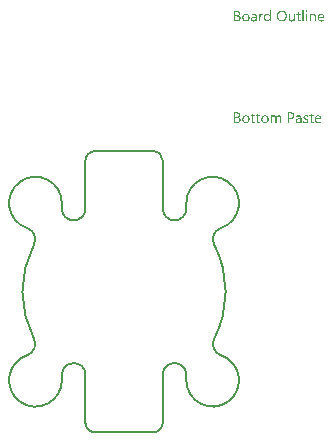
<source format=gbp>
G04*
G04 #@! TF.GenerationSoftware,Altium Limited,Altium Designer,21.8.1 (53)*
G04*
G04 Layer_Color=128*
%FSAX25Y25*%
%MOIN*%
G70*
G04*
G04 #@! TF.SameCoordinates,3D78823A-5127-4E2D-B847-EBBA5DFBE1E7*
G04*
G04*
G04 #@! TF.FilePolarity,Positive*
G04*
G01*
G75*
%ADD13C,0.00787*%
G36*
X0060922Y0119764D02*
X0060946D01*
X0061002Y0119739D01*
X0061033Y0119720D01*
X0061064Y0119695D01*
X0061070Y0119689D01*
X0061076Y0119683D01*
X0061107Y0119646D01*
X0061132Y0119584D01*
X0061138Y0119547D01*
X0061145Y0119510D01*
Y0119503D01*
Y0119491D01*
X0061138Y0119473D01*
X0061132Y0119448D01*
X0061114Y0119386D01*
X0061089Y0119355D01*
X0061064Y0119324D01*
X0061058D01*
X0061052Y0119312D01*
X0061014Y0119287D01*
X0060959Y0119262D01*
X0060922Y0119256D01*
X0060884Y0119250D01*
X0060866D01*
X0060847Y0119256D01*
X0060823D01*
X0060761Y0119281D01*
X0060730Y0119293D01*
X0060699Y0119318D01*
Y0119324D01*
X0060686Y0119330D01*
X0060674Y0119349D01*
X0060662Y0119367D01*
X0060637Y0119429D01*
X0060631Y0119466D01*
X0060625Y0119510D01*
Y0119516D01*
Y0119528D01*
X0060631Y0119547D01*
X0060637Y0119578D01*
X0060655Y0119633D01*
X0060674Y0119665D01*
X0060699Y0119695D01*
X0060705Y0119702D01*
X0060711Y0119708D01*
X0060748Y0119733D01*
X0060810Y0119757D01*
X0060847Y0119770D01*
X0060903D01*
X0060922Y0119764D01*
D02*
G37*
G36*
X0048932Y0116099D02*
X0048529D01*
Y0116520D01*
X0048517D01*
Y0116514D01*
X0048504Y0116501D01*
X0048486Y0116477D01*
X0048467Y0116446D01*
X0048436Y0116409D01*
X0048399Y0116371D01*
X0048356Y0116328D01*
X0048307Y0116285D01*
X0048251Y0116235D01*
X0048183Y0116192D01*
X0048115Y0116155D01*
X0048034Y0116118D01*
X0047954Y0116087D01*
X0047861Y0116062D01*
X0047762Y0116050D01*
X0047657Y0116043D01*
X0047613D01*
X0047576Y0116050D01*
X0047539Y0116056D01*
X0047489Y0116062D01*
X0047384Y0116087D01*
X0047260Y0116124D01*
X0047137Y0116186D01*
X0047069Y0116223D01*
X0047013Y0116266D01*
X0046951Y0116322D01*
X0046895Y0116378D01*
Y0116384D01*
X0046883Y0116396D01*
X0046870Y0116415D01*
X0046852Y0116439D01*
X0046833Y0116470D01*
X0046808Y0116514D01*
X0046784Y0116563D01*
X0046759Y0116619D01*
X0046728Y0116681D01*
X0046703Y0116749D01*
X0046679Y0116823D01*
X0046660Y0116904D01*
X0046641Y0116990D01*
X0046629Y0117089D01*
X0046623Y0117189D01*
X0046617Y0117294D01*
Y0117300D01*
Y0117318D01*
Y0117356D01*
X0046623Y0117399D01*
X0046629Y0117448D01*
X0046635Y0117510D01*
X0046641Y0117578D01*
X0046654Y0117653D01*
X0046691Y0117814D01*
X0046747Y0117981D01*
X0046784Y0118061D01*
X0046827Y0118142D01*
X0046870Y0118216D01*
X0046926Y0118290D01*
X0046932Y0118297D01*
X0046938Y0118309D01*
X0046957Y0118327D01*
X0046982Y0118352D01*
X0047013Y0118377D01*
X0047056Y0118408D01*
X0047099Y0118445D01*
X0047149Y0118482D01*
X0047273Y0118550D01*
X0047415Y0118612D01*
X0047496Y0118631D01*
X0047582Y0118649D01*
X0047669Y0118662D01*
X0047768Y0118668D01*
X0047818D01*
X0047855Y0118662D01*
X0047892Y0118656D01*
X0047941Y0118649D01*
X0048053Y0118618D01*
X0048177Y0118569D01*
X0048238Y0118538D01*
X0048300Y0118495D01*
X0048362Y0118451D01*
X0048418Y0118395D01*
X0048467Y0118334D01*
X0048517Y0118259D01*
X0048529D01*
Y0119819D01*
X0048932D01*
Y0116099D01*
D02*
G37*
G36*
X0063200Y0118662D02*
X0063274Y0118656D01*
X0063367Y0118637D01*
X0063466Y0118606D01*
X0063571Y0118556D01*
X0063676Y0118488D01*
X0063720Y0118451D01*
X0063763Y0118402D01*
X0063775Y0118389D01*
X0063800Y0118352D01*
X0063831Y0118290D01*
X0063874Y0118204D01*
X0063911Y0118098D01*
X0063949Y0117968D01*
X0063973Y0117814D01*
X0063980Y0117634D01*
Y0116099D01*
X0063577D01*
Y0117529D01*
Y0117535D01*
Y0117566D01*
X0063571Y0117603D01*
Y0117653D01*
X0063559Y0117715D01*
X0063546Y0117783D01*
X0063528Y0117857D01*
X0063503Y0117931D01*
X0063472Y0118006D01*
X0063435Y0118074D01*
X0063385Y0118142D01*
X0063330Y0118204D01*
X0063268Y0118253D01*
X0063187Y0118290D01*
X0063101Y0118321D01*
X0062995Y0118327D01*
X0062983D01*
X0062946Y0118321D01*
X0062890Y0118315D01*
X0062822Y0118297D01*
X0062742Y0118272D01*
X0062655Y0118228D01*
X0062574Y0118173D01*
X0062494Y0118098D01*
X0062488Y0118086D01*
X0062463Y0118061D01*
X0062432Y0118012D01*
X0062395Y0117944D01*
X0062358Y0117863D01*
X0062327Y0117764D01*
X0062302Y0117653D01*
X0062296Y0117529D01*
Y0116099D01*
X0061893D01*
Y0118612D01*
X0062296D01*
Y0118191D01*
X0062308D01*
X0062314Y0118197D01*
X0062321Y0118210D01*
X0062339Y0118235D01*
X0062364Y0118265D01*
X0062389Y0118303D01*
X0062426Y0118340D01*
X0062469Y0118383D01*
X0062519Y0118433D01*
X0062574Y0118476D01*
X0062636Y0118519D01*
X0062704Y0118556D01*
X0062779Y0118594D01*
X0062853Y0118624D01*
X0062940Y0118649D01*
X0063033Y0118662D01*
X0063131Y0118668D01*
X0063169D01*
X0063200Y0118662D01*
D02*
G37*
G36*
X0046202Y0118649D02*
X0046276Y0118643D01*
X0046319Y0118631D01*
X0046350Y0118618D01*
Y0118204D01*
X0046344Y0118210D01*
X0046332Y0118216D01*
X0046307Y0118228D01*
X0046276Y0118247D01*
X0046233Y0118259D01*
X0046177Y0118272D01*
X0046115Y0118278D01*
X0046047Y0118284D01*
X0046035D01*
X0046004Y0118278D01*
X0045954Y0118272D01*
X0045899Y0118253D01*
X0045824Y0118222D01*
X0045756Y0118179D01*
X0045682Y0118117D01*
X0045614Y0118036D01*
X0045608Y0118024D01*
X0045589Y0117993D01*
X0045558Y0117938D01*
X0045527Y0117863D01*
X0045496Y0117770D01*
X0045465Y0117653D01*
X0045447Y0117523D01*
X0045441Y0117374D01*
Y0116099D01*
X0045038D01*
Y0118612D01*
X0045441D01*
Y0118092D01*
X0045453D01*
Y0118098D01*
X0045459Y0118105D01*
X0045471Y0118135D01*
X0045490Y0118185D01*
X0045521Y0118247D01*
X0045552Y0118309D01*
X0045601Y0118377D01*
X0045651Y0118445D01*
X0045713Y0118507D01*
X0045719Y0118513D01*
X0045744Y0118532D01*
X0045781Y0118556D01*
X0045831Y0118581D01*
X0045886Y0118606D01*
X0045954Y0118631D01*
X0046029Y0118649D01*
X0046109Y0118656D01*
X0046165D01*
X0046202Y0118649D01*
D02*
G37*
G36*
X0056941Y0116099D02*
X0056539D01*
Y0116495D01*
X0056527D01*
Y0116489D01*
X0056514Y0116477D01*
X0056502Y0116452D01*
X0056477Y0116427D01*
X0056422Y0116353D01*
X0056335Y0116272D01*
X0056285Y0116229D01*
X0056230Y0116186D01*
X0056168Y0116149D01*
X0056094Y0116111D01*
X0056019Y0116087D01*
X0055939Y0116062D01*
X0055846Y0116050D01*
X0055753Y0116043D01*
X0055716D01*
X0055673Y0116050D01*
X0055611Y0116062D01*
X0055543Y0116074D01*
X0055468Y0116099D01*
X0055388Y0116130D01*
X0055307Y0116180D01*
X0055221Y0116235D01*
X0055140Y0116303D01*
X0055066Y0116390D01*
X0054998Y0116495D01*
X0054936Y0116613D01*
X0054893Y0116755D01*
X0054868Y0116922D01*
X0054856Y0117009D01*
Y0117108D01*
Y0118612D01*
X0055252D01*
Y0117170D01*
Y0117164D01*
Y0117139D01*
X0055258Y0117096D01*
X0055264Y0117046D01*
X0055270Y0116984D01*
X0055283Y0116922D01*
X0055301Y0116848D01*
X0055326Y0116774D01*
X0055363Y0116700D01*
X0055400Y0116631D01*
X0055450Y0116563D01*
X0055512Y0116501D01*
X0055580Y0116452D01*
X0055660Y0116415D01*
X0055759Y0116384D01*
X0055864Y0116378D01*
X0055877D01*
X0055914Y0116384D01*
X0055970Y0116390D01*
X0056032Y0116402D01*
X0056112Y0116433D01*
X0056192Y0116470D01*
X0056273Y0116520D01*
X0056347Y0116594D01*
X0056353Y0116607D01*
X0056378Y0116631D01*
X0056409Y0116681D01*
X0056446Y0116749D01*
X0056477Y0116829D01*
X0056508Y0116929D01*
X0056533Y0117040D01*
X0056539Y0117164D01*
Y0118612D01*
X0056941D01*
Y0116099D01*
D02*
G37*
G36*
X0061076D02*
X0060674D01*
Y0118612D01*
X0061076D01*
Y0116099D01*
D02*
G37*
G36*
X0059857D02*
X0059455D01*
Y0119819D01*
X0059857D01*
Y0116099D01*
D02*
G37*
G36*
X0043478Y0118662D02*
X0043534Y0118656D01*
X0043602Y0118637D01*
X0043676Y0118618D01*
X0043757Y0118587D01*
X0043843Y0118550D01*
X0043924Y0118501D01*
X0044004Y0118439D01*
X0044079Y0118365D01*
X0044147Y0118272D01*
X0044203Y0118166D01*
X0044246Y0118043D01*
X0044271Y0117900D01*
X0044283Y0117733D01*
Y0116099D01*
X0043881D01*
Y0116489D01*
X0043868D01*
Y0116483D01*
X0043856Y0116470D01*
X0043843Y0116446D01*
X0043819Y0116421D01*
X0043757Y0116347D01*
X0043676Y0116266D01*
X0043565Y0116186D01*
X0043435Y0116111D01*
X0043354Y0116087D01*
X0043274Y0116062D01*
X0043187Y0116050D01*
X0043095Y0116043D01*
X0043057D01*
X0043033Y0116050D01*
X0042965Y0116056D01*
X0042884Y0116068D01*
X0042785Y0116093D01*
X0042692Y0116124D01*
X0042593Y0116173D01*
X0042506Y0116235D01*
X0042500Y0116248D01*
X0042476Y0116272D01*
X0042438Y0116316D01*
X0042401Y0116378D01*
X0042364Y0116452D01*
X0042327Y0116539D01*
X0042302Y0116644D01*
X0042296Y0116761D01*
Y0116768D01*
Y0116792D01*
X0042302Y0116829D01*
X0042308Y0116873D01*
X0042321Y0116929D01*
X0042339Y0116990D01*
X0042364Y0117059D01*
X0042401Y0117127D01*
X0042445Y0117201D01*
X0042500Y0117275D01*
X0042568Y0117343D01*
X0042649Y0117405D01*
X0042742Y0117467D01*
X0042853Y0117517D01*
X0042977Y0117554D01*
X0043125Y0117585D01*
X0043881Y0117690D01*
Y0117696D01*
Y0117715D01*
X0043874Y0117752D01*
Y0117789D01*
X0043862Y0117838D01*
X0043856Y0117894D01*
X0043819Y0118012D01*
X0043788Y0118068D01*
X0043757Y0118123D01*
X0043714Y0118179D01*
X0043664Y0118228D01*
X0043602Y0118272D01*
X0043534Y0118303D01*
X0043453Y0118321D01*
X0043361Y0118327D01*
X0043317D01*
X0043286Y0118321D01*
X0043243D01*
X0043200Y0118309D01*
X0043088Y0118290D01*
X0042965Y0118253D01*
X0042828Y0118197D01*
X0042754Y0118160D01*
X0042686Y0118123D01*
X0042612Y0118074D01*
X0042544Y0118018D01*
Y0118433D01*
X0042550D01*
X0042562Y0118445D01*
X0042581Y0118457D01*
X0042612Y0118470D01*
X0042643Y0118488D01*
X0042686Y0118507D01*
X0042735Y0118526D01*
X0042791Y0118550D01*
X0042915Y0118594D01*
X0043064Y0118631D01*
X0043224Y0118656D01*
X0043398Y0118668D01*
X0043435D01*
X0043478Y0118662D01*
D02*
G37*
G36*
X0037790Y0119609D02*
X0037833D01*
X0037876Y0119603D01*
X0037975Y0119590D01*
X0038093Y0119559D01*
X0038217Y0119522D01*
X0038334Y0119466D01*
X0038440Y0119392D01*
X0038446D01*
X0038452Y0119380D01*
X0038483Y0119355D01*
X0038526Y0119305D01*
X0038576Y0119237D01*
X0038619Y0119151D01*
X0038662Y0119052D01*
X0038693Y0118940D01*
X0038706Y0118878D01*
Y0118810D01*
Y0118804D01*
Y0118798D01*
Y0118761D01*
X0038700Y0118705D01*
X0038687Y0118637D01*
X0038669Y0118550D01*
X0038638Y0118464D01*
X0038601Y0118377D01*
X0038545Y0118290D01*
X0038539Y0118278D01*
X0038514Y0118253D01*
X0038477Y0118216D01*
X0038427Y0118166D01*
X0038365Y0118117D01*
X0038291Y0118061D01*
X0038198Y0118018D01*
X0038099Y0117975D01*
Y0117968D01*
X0038118D01*
X0038136Y0117962D01*
X0038155Y0117956D01*
X0038223Y0117944D01*
X0038303Y0117919D01*
X0038390Y0117882D01*
X0038483Y0117838D01*
X0038576Y0117777D01*
X0038662Y0117696D01*
X0038675Y0117684D01*
X0038700Y0117653D01*
X0038730Y0117609D01*
X0038774Y0117541D01*
X0038811Y0117455D01*
X0038848Y0117356D01*
X0038873Y0117238D01*
X0038879Y0117108D01*
Y0117102D01*
Y0117089D01*
Y0117065D01*
X0038873Y0117034D01*
X0038867Y0116997D01*
X0038860Y0116953D01*
X0038836Y0116848D01*
X0038799Y0116730D01*
X0038743Y0116607D01*
X0038706Y0116551D01*
X0038662Y0116489D01*
X0038607Y0116433D01*
X0038551Y0116378D01*
X0038545D01*
X0038539Y0116365D01*
X0038520Y0116353D01*
X0038495Y0116334D01*
X0038464Y0116316D01*
X0038421Y0116291D01*
X0038328Y0116241D01*
X0038211Y0116186D01*
X0038074Y0116142D01*
X0037914Y0116111D01*
X0037833Y0116105D01*
X0037740Y0116099D01*
X0036713D01*
Y0119615D01*
X0037759D01*
X0037790Y0119609D01*
D02*
G37*
G36*
X0058285Y0118612D02*
X0058922D01*
Y0118265D01*
X0058285D01*
Y0116848D01*
Y0116836D01*
Y0116805D01*
X0058291Y0116761D01*
X0058297Y0116706D01*
X0058322Y0116588D01*
X0058340Y0116532D01*
X0058371Y0116489D01*
X0058378Y0116483D01*
X0058390Y0116470D01*
X0058408Y0116458D01*
X0058439Y0116439D01*
X0058477Y0116415D01*
X0058526Y0116402D01*
X0058588Y0116390D01*
X0058656Y0116384D01*
X0058681D01*
X0058712Y0116390D01*
X0058749Y0116396D01*
X0058836Y0116421D01*
X0058879Y0116439D01*
X0058922Y0116464D01*
Y0116118D01*
X0058916D01*
X0058898Y0116105D01*
X0058867Y0116099D01*
X0058823Y0116087D01*
X0058768Y0116074D01*
X0058706Y0116062D01*
X0058631Y0116056D01*
X0058545Y0116050D01*
X0058514D01*
X0058483Y0116056D01*
X0058439Y0116062D01*
X0058390Y0116074D01*
X0058334Y0116087D01*
X0058279Y0116111D01*
X0058217Y0116142D01*
X0058155Y0116180D01*
X0058093Y0116229D01*
X0058037Y0116285D01*
X0057988Y0116359D01*
X0057944Y0116439D01*
X0057913Y0116539D01*
X0057889Y0116650D01*
X0057882Y0116780D01*
Y0118265D01*
X0057455D01*
Y0118612D01*
X0057882D01*
Y0119225D01*
X0058285Y0119355D01*
Y0118612D01*
D02*
G37*
G36*
X0065812Y0118662D02*
X0065855Y0118656D01*
X0065898Y0118649D01*
X0066010Y0118631D01*
X0066134Y0118587D01*
X0066258Y0118532D01*
X0066319Y0118495D01*
X0066381Y0118451D01*
X0066437Y0118402D01*
X0066493Y0118346D01*
X0066499Y0118340D01*
X0066505Y0118334D01*
X0066517Y0118315D01*
X0066536Y0118290D01*
X0066555Y0118253D01*
X0066579Y0118216D01*
X0066604Y0118173D01*
X0066629Y0118117D01*
X0066654Y0118055D01*
X0066678Y0117993D01*
X0066703Y0117919D01*
X0066722Y0117838D01*
X0066740Y0117752D01*
X0066753Y0117665D01*
X0066765Y0117566D01*
Y0117461D01*
Y0117250D01*
X0064988D01*
Y0117244D01*
Y0117232D01*
Y0117213D01*
X0064995Y0117182D01*
X0065001Y0117145D01*
Y0117108D01*
X0065020Y0117009D01*
X0065050Y0116910D01*
X0065087Y0116798D01*
X0065143Y0116693D01*
X0065211Y0116600D01*
X0065224Y0116588D01*
X0065249Y0116563D01*
X0065298Y0116532D01*
X0065366Y0116489D01*
X0065453Y0116446D01*
X0065552Y0116415D01*
X0065669Y0116390D01*
X0065806Y0116378D01*
X0065849D01*
X0065880Y0116384D01*
X0065917D01*
X0065960Y0116390D01*
X0066066Y0116415D01*
X0066183Y0116446D01*
X0066313Y0116495D01*
X0066449Y0116563D01*
X0066517Y0116607D01*
X0066585Y0116656D01*
Y0116279D01*
X0066579D01*
X0066573Y0116266D01*
X0066555Y0116260D01*
X0066524Y0116241D01*
X0066493Y0116223D01*
X0066456Y0116204D01*
X0066406Y0116186D01*
X0066356Y0116161D01*
X0066295Y0116136D01*
X0066227Y0116118D01*
X0066078Y0116080D01*
X0065905Y0116056D01*
X0065713Y0116043D01*
X0065663D01*
X0065626Y0116050D01*
X0065583Y0116056D01*
X0065527Y0116062D01*
X0065409Y0116087D01*
X0065273Y0116124D01*
X0065137Y0116186D01*
X0065069Y0116229D01*
X0065001Y0116272D01*
X0064939Y0116322D01*
X0064877Y0116384D01*
X0064871Y0116390D01*
X0064865Y0116402D01*
X0064852Y0116421D01*
X0064828Y0116446D01*
X0064809Y0116483D01*
X0064784Y0116526D01*
X0064753Y0116576D01*
X0064728Y0116631D01*
X0064698Y0116693D01*
X0064673Y0116768D01*
X0064642Y0116848D01*
X0064623Y0116935D01*
X0064605Y0117027D01*
X0064586Y0117127D01*
X0064580Y0117232D01*
X0064574Y0117343D01*
Y0117349D01*
Y0117368D01*
Y0117399D01*
X0064580Y0117442D01*
X0064586Y0117492D01*
X0064592Y0117548D01*
X0064599Y0117616D01*
X0064617Y0117684D01*
X0064654Y0117832D01*
X0064710Y0117993D01*
X0064747Y0118074D01*
X0064797Y0118148D01*
X0064846Y0118228D01*
X0064902Y0118297D01*
X0064908Y0118303D01*
X0064920Y0118315D01*
X0064939Y0118334D01*
X0064964Y0118352D01*
X0064995Y0118383D01*
X0065032Y0118414D01*
X0065081Y0118445D01*
X0065131Y0118482D01*
X0065249Y0118550D01*
X0065391Y0118612D01*
X0065471Y0118631D01*
X0065552Y0118649D01*
X0065639Y0118662D01*
X0065731Y0118668D01*
X0065781D01*
X0065812Y0118662D01*
D02*
G37*
G36*
X0052769Y0119671D02*
X0052831Y0119665D01*
X0052906Y0119652D01*
X0052986Y0119633D01*
X0053073Y0119615D01*
X0053159Y0119590D01*
X0053259Y0119559D01*
X0053351Y0119516D01*
X0053450Y0119466D01*
X0053549Y0119411D01*
X0053642Y0119343D01*
X0053735Y0119268D01*
X0053822Y0119182D01*
X0053828Y0119176D01*
X0053840Y0119157D01*
X0053865Y0119132D01*
X0053890Y0119095D01*
X0053927Y0119045D01*
X0053964Y0118984D01*
X0054001Y0118915D01*
X0054045Y0118841D01*
X0054088Y0118748D01*
X0054125Y0118656D01*
X0054162Y0118550D01*
X0054199Y0118433D01*
X0054224Y0118315D01*
X0054249Y0118185D01*
X0054261Y0118043D01*
X0054267Y0117900D01*
Y0117888D01*
Y0117863D01*
Y0117820D01*
X0054261Y0117758D01*
X0054255Y0117684D01*
X0054243Y0117603D01*
X0054230Y0117510D01*
X0054212Y0117405D01*
X0054187Y0117300D01*
X0054156Y0117189D01*
X0054119Y0117077D01*
X0054075Y0116966D01*
X0054020Y0116848D01*
X0053958Y0116743D01*
X0053890Y0116638D01*
X0053809Y0116539D01*
X0053803Y0116532D01*
X0053791Y0116520D01*
X0053760Y0116495D01*
X0053729Y0116464D01*
X0053679Y0116421D01*
X0053624Y0116384D01*
X0053562Y0116334D01*
X0053487Y0116291D01*
X0053407Y0116248D01*
X0053314Y0116198D01*
X0053215Y0116161D01*
X0053104Y0116124D01*
X0052986Y0116087D01*
X0052862Y0116062D01*
X0052732Y0116050D01*
X0052590Y0116043D01*
X0052559D01*
X0052516Y0116050D01*
X0052466D01*
X0052404Y0116056D01*
X0052330Y0116068D01*
X0052249Y0116087D01*
X0052157Y0116105D01*
X0052064Y0116130D01*
X0051965Y0116161D01*
X0051866Y0116204D01*
X0051767Y0116248D01*
X0051668Y0116303D01*
X0051569Y0116371D01*
X0051476Y0116446D01*
X0051389Y0116532D01*
X0051383Y0116539D01*
X0051371Y0116557D01*
X0051346Y0116582D01*
X0051321Y0116619D01*
X0051284Y0116668D01*
X0051247Y0116730D01*
X0051210Y0116798D01*
X0051166Y0116879D01*
X0051123Y0116966D01*
X0051086Y0117059D01*
X0051049Y0117164D01*
X0051012Y0117281D01*
X0050987Y0117399D01*
X0050962Y0117529D01*
X0050950Y0117671D01*
X0050943Y0117814D01*
Y0117826D01*
Y0117851D01*
X0050950Y0117894D01*
Y0117956D01*
X0050956Y0118024D01*
X0050968Y0118111D01*
X0050981Y0118204D01*
X0050999Y0118303D01*
X0051024Y0118408D01*
X0051055Y0118519D01*
X0051092Y0118631D01*
X0051135Y0118742D01*
X0051191Y0118854D01*
X0051253Y0118965D01*
X0051321Y0119070D01*
X0051402Y0119169D01*
X0051408Y0119176D01*
X0051420Y0119194D01*
X0051451Y0119219D01*
X0051488Y0119250D01*
X0051531Y0119287D01*
X0051587Y0119330D01*
X0051655Y0119374D01*
X0051730Y0119423D01*
X0051816Y0119473D01*
X0051909Y0119516D01*
X0052008Y0119559D01*
X0052119Y0119596D01*
X0052243Y0119627D01*
X0052373Y0119658D01*
X0052509Y0119671D01*
X0052652Y0119677D01*
X0052720D01*
X0052769Y0119671D01*
D02*
G37*
G36*
X0040742Y0118662D02*
X0040786Y0118656D01*
X0040841Y0118649D01*
X0040965Y0118624D01*
X0041107Y0118581D01*
X0041250Y0118519D01*
X0041324Y0118482D01*
X0041392Y0118439D01*
X0041460Y0118383D01*
X0041522Y0118321D01*
X0041528Y0118315D01*
X0041535Y0118303D01*
X0041553Y0118284D01*
X0041572Y0118259D01*
X0041596Y0118222D01*
X0041621Y0118179D01*
X0041652Y0118129D01*
X0041683Y0118074D01*
X0041708Y0118006D01*
X0041739Y0117938D01*
X0041764Y0117857D01*
X0041788Y0117770D01*
X0041807Y0117677D01*
X0041826Y0117578D01*
X0041832Y0117473D01*
X0041838Y0117362D01*
Y0117356D01*
Y0117337D01*
Y0117306D01*
X0041832Y0117263D01*
X0041826Y0117213D01*
X0041819Y0117151D01*
X0041807Y0117089D01*
X0041795Y0117015D01*
X0041757Y0116867D01*
X0041695Y0116706D01*
X0041658Y0116625D01*
X0041609Y0116545D01*
X0041559Y0116470D01*
X0041497Y0116402D01*
X0041491Y0116396D01*
X0041479Y0116390D01*
X0041460Y0116371D01*
X0041436Y0116347D01*
X0041398Y0116322D01*
X0041361Y0116291D01*
X0041312Y0116254D01*
X0041256Y0116223D01*
X0041194Y0116192D01*
X0041126Y0116155D01*
X0041052Y0116124D01*
X0040971Y0116099D01*
X0040885Y0116074D01*
X0040792Y0116062D01*
X0040693Y0116050D01*
X0040587Y0116043D01*
X0040532D01*
X0040495Y0116050D01*
X0040451Y0116056D01*
X0040396Y0116062D01*
X0040334Y0116074D01*
X0040266Y0116087D01*
X0040123Y0116130D01*
X0039975Y0116192D01*
X0039900Y0116229D01*
X0039832Y0116279D01*
X0039764Y0116328D01*
X0039696Y0116390D01*
X0039690Y0116396D01*
X0039684Y0116409D01*
X0039665Y0116427D01*
X0039647Y0116452D01*
X0039622Y0116489D01*
X0039591Y0116532D01*
X0039560Y0116582D01*
X0039535Y0116638D01*
X0039504Y0116706D01*
X0039473Y0116774D01*
X0039442Y0116848D01*
X0039418Y0116935D01*
X0039380Y0117120D01*
X0039374Y0117219D01*
X0039368Y0117325D01*
Y0117331D01*
Y0117356D01*
Y0117387D01*
X0039374Y0117430D01*
X0039380Y0117479D01*
X0039387Y0117541D01*
X0039399Y0117609D01*
X0039411Y0117684D01*
X0039449Y0117845D01*
X0039511Y0118006D01*
X0039554Y0118086D01*
X0039597Y0118166D01*
X0039647Y0118241D01*
X0039709Y0118309D01*
X0039715Y0118315D01*
X0039727Y0118327D01*
X0039746Y0118340D01*
X0039770Y0118365D01*
X0039808Y0118389D01*
X0039851Y0118420D01*
X0039900Y0118457D01*
X0039956Y0118488D01*
X0040018Y0118519D01*
X0040092Y0118556D01*
X0040167Y0118587D01*
X0040253Y0118612D01*
X0040340Y0118637D01*
X0040439Y0118656D01*
X0040544Y0118662D01*
X0040649Y0118668D01*
X0040705D01*
X0040742Y0118662D01*
D02*
G37*
G36*
X0060841Y0084803D02*
X0060922Y0084797D01*
X0061008Y0084785D01*
X0061107Y0084760D01*
X0061206Y0084735D01*
X0061305Y0084698D01*
Y0084290D01*
X0061293Y0084296D01*
X0061256Y0084321D01*
X0061200Y0084345D01*
X0061126Y0084382D01*
X0061033Y0084413D01*
X0060922Y0084444D01*
X0060798Y0084463D01*
X0060668Y0084469D01*
X0060600D01*
X0060538Y0084457D01*
X0060464Y0084444D01*
X0060457D01*
X0060451Y0084438D01*
X0060414Y0084426D01*
X0060365Y0084401D01*
X0060309Y0084370D01*
X0060296Y0084364D01*
X0060272Y0084339D01*
X0060241Y0084302D01*
X0060210Y0084259D01*
X0060204Y0084246D01*
X0060191Y0084215D01*
X0060179Y0084172D01*
X0060173Y0084116D01*
Y0084110D01*
Y0084098D01*
Y0084079D01*
X0060179Y0084061D01*
X0060191Y0084005D01*
X0060210Y0083949D01*
X0060216Y0083937D01*
X0060235Y0083912D01*
X0060272Y0083875D01*
X0060315Y0083832D01*
X0060321D01*
X0060327Y0083825D01*
X0060365Y0083801D01*
X0060414Y0083770D01*
X0060482Y0083739D01*
X0060488D01*
X0060501Y0083733D01*
X0060519Y0083726D01*
X0060550Y0083714D01*
X0060618Y0083689D01*
X0060705Y0083652D01*
X0060711D01*
X0060736Y0083640D01*
X0060767Y0083627D01*
X0060804Y0083615D01*
X0060903Y0083572D01*
X0061002Y0083522D01*
X0061008D01*
X0061027Y0083510D01*
X0061052Y0083497D01*
X0061083Y0083479D01*
X0061157Y0083429D01*
X0061231Y0083367D01*
X0061237Y0083361D01*
X0061250Y0083355D01*
X0061262Y0083336D01*
X0061287Y0083312D01*
X0061330Y0083250D01*
X0061374Y0083169D01*
Y0083163D01*
X0061380Y0083151D01*
X0061392Y0083126D01*
X0061398Y0083095D01*
X0061411Y0083058D01*
X0061417Y0083015D01*
X0061423Y0082909D01*
Y0082903D01*
Y0082878D01*
X0061417Y0082841D01*
X0061411Y0082798D01*
X0061405Y0082748D01*
X0061386Y0082693D01*
X0061367Y0082643D01*
X0061336Y0082587D01*
X0061330Y0082581D01*
X0061324Y0082563D01*
X0061305Y0082538D01*
X0061281Y0082507D01*
X0061250Y0082470D01*
X0061213Y0082433D01*
X0061120Y0082358D01*
X0061114Y0082352D01*
X0061095Y0082346D01*
X0061070Y0082327D01*
X0061027Y0082309D01*
X0060984Y0082284D01*
X0060928Y0082266D01*
X0060872Y0082247D01*
X0060804Y0082228D01*
X0060798D01*
X0060773Y0082222D01*
X0060736Y0082216D01*
X0060693Y0082210D01*
X0060631Y0082197D01*
X0060569Y0082191D01*
X0060426Y0082185D01*
X0060365D01*
X0060290Y0082191D01*
X0060198Y0082204D01*
X0060092Y0082222D01*
X0059981Y0082247D01*
X0059869Y0082278D01*
X0059758Y0082327D01*
Y0082761D01*
X0059764D01*
X0059770Y0082748D01*
X0059789Y0082736D01*
X0059814Y0082724D01*
X0059882Y0082686D01*
X0059975Y0082643D01*
X0060080Y0082594D01*
X0060204Y0082556D01*
X0060340Y0082532D01*
X0060482Y0082519D01*
X0060532D01*
X0060563Y0082525D01*
X0060649Y0082538D01*
X0060748Y0082563D01*
X0060841Y0082606D01*
X0060884Y0082637D01*
X0060928Y0082668D01*
X0060959Y0082711D01*
X0060984Y0082754D01*
X0061002Y0082810D01*
X0061008Y0082872D01*
Y0082878D01*
Y0082891D01*
Y0082909D01*
X0061002Y0082928D01*
X0060990Y0082984D01*
X0060965Y0083039D01*
Y0083046D01*
X0060959Y0083052D01*
X0060934Y0083083D01*
X0060897Y0083126D01*
X0060841Y0083163D01*
X0060835D01*
X0060829Y0083175D01*
X0060792Y0083194D01*
X0060736Y0083231D01*
X0060662Y0083262D01*
X0060655D01*
X0060643Y0083268D01*
X0060625Y0083281D01*
X0060594Y0083293D01*
X0060526Y0083318D01*
X0060439Y0083355D01*
X0060433D01*
X0060408Y0083367D01*
X0060377Y0083380D01*
X0060340Y0083392D01*
X0060241Y0083435D01*
X0060142Y0083485D01*
X0060136Y0083491D01*
X0060123Y0083497D01*
X0060098Y0083510D01*
X0060067Y0083528D01*
X0059999Y0083578D01*
X0059931Y0083634D01*
X0059925Y0083640D01*
X0059919Y0083646D01*
X0059900Y0083665D01*
X0059882Y0083689D01*
X0059838Y0083751D01*
X0059801Y0083825D01*
Y0083832D01*
X0059795Y0083844D01*
X0059789Y0083869D01*
X0059783Y0083900D01*
X0059777Y0083937D01*
X0059770Y0083980D01*
X0059764Y0084085D01*
Y0084092D01*
Y0084116D01*
X0059770Y0084147D01*
X0059777Y0084191D01*
X0059783Y0084240D01*
X0059801Y0084290D01*
X0059820Y0084345D01*
X0059845Y0084395D01*
X0059851Y0084401D01*
X0059857Y0084420D01*
X0059876Y0084444D01*
X0059900Y0084475D01*
X0059968Y0084550D01*
X0060055Y0084624D01*
X0060061Y0084630D01*
X0060080Y0084636D01*
X0060105Y0084655D01*
X0060148Y0084673D01*
X0060191Y0084698D01*
X0060241Y0084723D01*
X0060365Y0084760D01*
X0060371D01*
X0060395Y0084766D01*
X0060426Y0084779D01*
X0060476Y0084785D01*
X0060526Y0084797D01*
X0060587Y0084803D01*
X0060724Y0084810D01*
X0060779D01*
X0060841Y0084803D01*
D02*
G37*
G36*
X0051649D02*
X0051705Y0084791D01*
X0051767Y0084779D01*
X0051835Y0084754D01*
X0051915Y0084723D01*
X0051990Y0084680D01*
X0052070Y0084630D01*
X0052144Y0084562D01*
X0052212Y0084475D01*
X0052274Y0084376D01*
X0052330Y0084265D01*
X0052367Y0084123D01*
X0052398Y0083968D01*
X0052404Y0083788D01*
Y0082241D01*
X0052002D01*
Y0083683D01*
Y0083689D01*
Y0083702D01*
Y0083720D01*
Y0083751D01*
X0051996Y0083825D01*
X0051983Y0083912D01*
X0051971Y0084011D01*
X0051946Y0084110D01*
X0051915Y0084203D01*
X0051872Y0084284D01*
X0051866Y0084290D01*
X0051847Y0084314D01*
X0051816Y0084345D01*
X0051767Y0084376D01*
X0051711Y0084413D01*
X0051637Y0084438D01*
X0051544Y0084463D01*
X0051439Y0084469D01*
X0051426D01*
X0051395Y0084463D01*
X0051346Y0084457D01*
X0051284Y0084438D01*
X0051216Y0084413D01*
X0051142Y0084370D01*
X0051067Y0084314D01*
X0050999Y0084234D01*
X0050993Y0084222D01*
X0050974Y0084191D01*
X0050943Y0084141D01*
X0050912Y0084073D01*
X0050875Y0083992D01*
X0050850Y0083900D01*
X0050826Y0083788D01*
X0050820Y0083671D01*
Y0082241D01*
X0050417D01*
Y0083733D01*
Y0083739D01*
Y0083763D01*
X0050411Y0083801D01*
Y0083850D01*
X0050399Y0083906D01*
X0050386Y0083968D01*
X0050368Y0084030D01*
X0050349Y0084104D01*
X0050318Y0084172D01*
X0050281Y0084234D01*
X0050231Y0084296D01*
X0050176Y0084351D01*
X0050114Y0084401D01*
X0050033Y0084438D01*
X0049947Y0084463D01*
X0049848Y0084469D01*
X0049835D01*
X0049804Y0084463D01*
X0049755Y0084457D01*
X0049693Y0084444D01*
X0049625Y0084413D01*
X0049551Y0084376D01*
X0049476Y0084321D01*
X0049408Y0084246D01*
X0049402Y0084234D01*
X0049384Y0084209D01*
X0049353Y0084160D01*
X0049322Y0084092D01*
X0049291Y0084011D01*
X0049260Y0083912D01*
X0049241Y0083801D01*
X0049235Y0083671D01*
Y0082241D01*
X0048833D01*
Y0084754D01*
X0049235D01*
Y0084351D01*
X0049247D01*
X0049253Y0084358D01*
X0049260Y0084370D01*
X0049278Y0084395D01*
X0049297Y0084426D01*
X0049359Y0084494D01*
X0049445Y0084581D01*
X0049557Y0084667D01*
X0049687Y0084735D01*
X0049767Y0084766D01*
X0049848Y0084791D01*
X0049934Y0084803D01*
X0050027Y0084810D01*
X0050071D01*
X0050120Y0084803D01*
X0050182Y0084791D01*
X0050250Y0084772D01*
X0050324Y0084748D01*
X0050399Y0084717D01*
X0050473Y0084667D01*
X0050479Y0084661D01*
X0050504Y0084642D01*
X0050535Y0084611D01*
X0050578Y0084568D01*
X0050621Y0084513D01*
X0050665Y0084451D01*
X0050708Y0084376D01*
X0050739Y0084290D01*
X0050745Y0084296D01*
X0050752Y0084314D01*
X0050770Y0084339D01*
X0050789Y0084370D01*
X0050820Y0084413D01*
X0050857Y0084457D01*
X0050900Y0084500D01*
X0050950Y0084550D01*
X0051005Y0084599D01*
X0051067Y0084642D01*
X0051135Y0084692D01*
X0051210Y0084729D01*
X0051290Y0084760D01*
X0051377Y0084785D01*
X0051476Y0084803D01*
X0051575Y0084810D01*
X0051612D01*
X0051649Y0084803D01*
D02*
G37*
G36*
X0058347D02*
X0058402Y0084797D01*
X0058470Y0084779D01*
X0058545Y0084760D01*
X0058625Y0084729D01*
X0058712Y0084692D01*
X0058792Y0084642D01*
X0058873Y0084581D01*
X0058947Y0084506D01*
X0059015Y0084413D01*
X0059071Y0084308D01*
X0059114Y0084184D01*
X0059139Y0084042D01*
X0059151Y0083875D01*
Y0082241D01*
X0058749D01*
Y0082631D01*
X0058737D01*
Y0082625D01*
X0058724Y0082612D01*
X0058712Y0082587D01*
X0058687Y0082563D01*
X0058625Y0082488D01*
X0058545Y0082408D01*
X0058433Y0082327D01*
X0058303Y0082253D01*
X0058223Y0082228D01*
X0058142Y0082204D01*
X0058056Y0082191D01*
X0057963Y0082185D01*
X0057926D01*
X0057901Y0082191D01*
X0057833Y0082197D01*
X0057752Y0082210D01*
X0057653Y0082235D01*
X0057560Y0082266D01*
X0057462Y0082315D01*
X0057375Y0082377D01*
X0057369Y0082389D01*
X0057344Y0082414D01*
X0057307Y0082457D01*
X0057270Y0082519D01*
X0057232Y0082594D01*
X0057195Y0082680D01*
X0057170Y0082785D01*
X0057164Y0082903D01*
Y0082909D01*
Y0082934D01*
X0057170Y0082971D01*
X0057177Y0083015D01*
X0057189Y0083070D01*
X0057208Y0083132D01*
X0057232Y0083200D01*
X0057270Y0083268D01*
X0057313Y0083343D01*
X0057369Y0083417D01*
X0057437Y0083485D01*
X0057517Y0083547D01*
X0057610Y0083609D01*
X0057722Y0083658D01*
X0057845Y0083695D01*
X0057994Y0083726D01*
X0058749Y0083832D01*
Y0083838D01*
Y0083856D01*
X0058743Y0083894D01*
Y0083931D01*
X0058730Y0083980D01*
X0058724Y0084036D01*
X0058687Y0084153D01*
X0058656Y0084209D01*
X0058625Y0084265D01*
X0058582Y0084321D01*
X0058532Y0084370D01*
X0058470Y0084413D01*
X0058402Y0084444D01*
X0058322Y0084463D01*
X0058229Y0084469D01*
X0058186D01*
X0058155Y0084463D01*
X0058111D01*
X0058068Y0084451D01*
X0057957Y0084432D01*
X0057833Y0084395D01*
X0057697Y0084339D01*
X0057622Y0084302D01*
X0057554Y0084265D01*
X0057480Y0084215D01*
X0057412Y0084160D01*
Y0084574D01*
X0057418D01*
X0057430Y0084587D01*
X0057449Y0084599D01*
X0057480Y0084611D01*
X0057511Y0084630D01*
X0057554Y0084649D01*
X0057604Y0084667D01*
X0057660Y0084692D01*
X0057783Y0084735D01*
X0057932Y0084772D01*
X0058093Y0084797D01*
X0058266Y0084810D01*
X0058303D01*
X0058347Y0084803D01*
D02*
G37*
G36*
X0055648Y0085751D02*
X0055697D01*
X0055747Y0085744D01*
X0055877Y0085720D01*
X0056013Y0085689D01*
X0056162Y0085639D01*
X0056304Y0085571D01*
X0056366Y0085528D01*
X0056428Y0085478D01*
X0056434D01*
X0056440Y0085466D01*
X0056459Y0085447D01*
X0056477Y0085429D01*
X0056527Y0085367D01*
X0056589Y0085280D01*
X0056644Y0085169D01*
X0056694Y0085039D01*
X0056731Y0084884D01*
X0056737Y0084797D01*
X0056743Y0084704D01*
Y0084698D01*
Y0084680D01*
Y0084655D01*
X0056737Y0084624D01*
X0056731Y0084581D01*
X0056725Y0084531D01*
X0056700Y0084413D01*
X0056657Y0084284D01*
X0056595Y0084147D01*
X0056558Y0084079D01*
X0056514Y0084011D01*
X0056459Y0083943D01*
X0056397Y0083881D01*
X0056391Y0083875D01*
X0056378Y0083869D01*
X0056360Y0083850D01*
X0056335Y0083832D01*
X0056298Y0083807D01*
X0056254Y0083782D01*
X0056205Y0083751D01*
X0056149Y0083726D01*
X0056087Y0083695D01*
X0056019Y0083665D01*
X0055939Y0083640D01*
X0055858Y0083615D01*
X0055673Y0083578D01*
X0055573Y0083572D01*
X0055468Y0083565D01*
X0055004D01*
Y0082241D01*
X0054589D01*
Y0085757D01*
X0055611D01*
X0055648Y0085751D01*
D02*
G37*
G36*
X0037790D02*
X0037833D01*
X0037876Y0085744D01*
X0037975Y0085732D01*
X0038093Y0085701D01*
X0038217Y0085664D01*
X0038334Y0085608D01*
X0038440Y0085534D01*
X0038446D01*
X0038452Y0085522D01*
X0038483Y0085497D01*
X0038526Y0085447D01*
X0038576Y0085379D01*
X0038619Y0085292D01*
X0038662Y0085193D01*
X0038693Y0085082D01*
X0038706Y0085020D01*
Y0084952D01*
Y0084946D01*
Y0084940D01*
Y0084903D01*
X0038700Y0084847D01*
X0038687Y0084779D01*
X0038669Y0084692D01*
X0038638Y0084605D01*
X0038601Y0084519D01*
X0038545Y0084432D01*
X0038539Y0084420D01*
X0038514Y0084395D01*
X0038477Y0084358D01*
X0038427Y0084308D01*
X0038365Y0084259D01*
X0038291Y0084203D01*
X0038198Y0084160D01*
X0038099Y0084116D01*
Y0084110D01*
X0038118D01*
X0038136Y0084104D01*
X0038155Y0084098D01*
X0038223Y0084085D01*
X0038303Y0084061D01*
X0038390Y0084023D01*
X0038483Y0083980D01*
X0038576Y0083918D01*
X0038662Y0083838D01*
X0038675Y0083825D01*
X0038700Y0083794D01*
X0038730Y0083751D01*
X0038774Y0083683D01*
X0038811Y0083596D01*
X0038848Y0083497D01*
X0038873Y0083380D01*
X0038879Y0083250D01*
Y0083244D01*
Y0083231D01*
Y0083206D01*
X0038873Y0083175D01*
X0038867Y0083138D01*
X0038860Y0083095D01*
X0038836Y0082990D01*
X0038799Y0082872D01*
X0038743Y0082748D01*
X0038706Y0082693D01*
X0038662Y0082631D01*
X0038607Y0082575D01*
X0038551Y0082519D01*
X0038545D01*
X0038539Y0082507D01*
X0038520Y0082495D01*
X0038495Y0082476D01*
X0038464Y0082457D01*
X0038421Y0082433D01*
X0038328Y0082383D01*
X0038211Y0082327D01*
X0038074Y0082284D01*
X0037914Y0082253D01*
X0037833Y0082247D01*
X0037740Y0082241D01*
X0036713D01*
Y0085757D01*
X0037759D01*
X0037790Y0085751D01*
D02*
G37*
G36*
X0062574Y0084754D02*
X0063212D01*
Y0084407D01*
X0062574D01*
Y0082990D01*
Y0082977D01*
Y0082946D01*
X0062581Y0082903D01*
X0062587Y0082847D01*
X0062612Y0082730D01*
X0062630Y0082674D01*
X0062661Y0082631D01*
X0062667Y0082625D01*
X0062680Y0082612D01*
X0062698Y0082600D01*
X0062729Y0082581D01*
X0062766Y0082556D01*
X0062816Y0082544D01*
X0062878Y0082532D01*
X0062946Y0082525D01*
X0062971D01*
X0063002Y0082532D01*
X0063039Y0082538D01*
X0063125Y0082563D01*
X0063169Y0082581D01*
X0063212Y0082606D01*
Y0082259D01*
X0063206D01*
X0063187Y0082247D01*
X0063156Y0082241D01*
X0063113Y0082228D01*
X0063057Y0082216D01*
X0062995Y0082204D01*
X0062921Y0082197D01*
X0062834Y0082191D01*
X0062803D01*
X0062773Y0082197D01*
X0062729Y0082204D01*
X0062680Y0082216D01*
X0062624Y0082228D01*
X0062568Y0082253D01*
X0062506Y0082284D01*
X0062444Y0082321D01*
X0062383Y0082371D01*
X0062327Y0082427D01*
X0062277Y0082501D01*
X0062234Y0082581D01*
X0062203Y0082680D01*
X0062178Y0082792D01*
X0062172Y0082922D01*
Y0084407D01*
X0061745D01*
Y0084754D01*
X0062172D01*
Y0085367D01*
X0062574Y0085497D01*
Y0084754D01*
D02*
G37*
G36*
X0044716D02*
X0045354D01*
Y0084407D01*
X0044716D01*
Y0082990D01*
Y0082977D01*
Y0082946D01*
X0044722Y0082903D01*
X0044729Y0082847D01*
X0044753Y0082730D01*
X0044772Y0082674D01*
X0044803Y0082631D01*
X0044809Y0082625D01*
X0044822Y0082612D01*
X0044840Y0082600D01*
X0044871Y0082581D01*
X0044908Y0082556D01*
X0044958Y0082544D01*
X0045020Y0082532D01*
X0045088Y0082525D01*
X0045112D01*
X0045143Y0082532D01*
X0045180Y0082538D01*
X0045267Y0082563D01*
X0045311Y0082581D01*
X0045354Y0082606D01*
Y0082259D01*
X0045348D01*
X0045329Y0082247D01*
X0045298Y0082241D01*
X0045255Y0082228D01*
X0045199Y0082216D01*
X0045137Y0082204D01*
X0045063Y0082197D01*
X0044976Y0082191D01*
X0044945D01*
X0044914Y0082197D01*
X0044871Y0082204D01*
X0044822Y0082216D01*
X0044766Y0082228D01*
X0044710Y0082253D01*
X0044648Y0082284D01*
X0044586Y0082321D01*
X0044524Y0082371D01*
X0044469Y0082427D01*
X0044419Y0082501D01*
X0044376Y0082581D01*
X0044345Y0082680D01*
X0044320Y0082792D01*
X0044314Y0082922D01*
Y0084407D01*
X0043887D01*
Y0084754D01*
X0044314D01*
Y0085367D01*
X0044716Y0085497D01*
Y0084754D01*
D02*
G37*
G36*
X0043014D02*
X0043652D01*
Y0084407D01*
X0043014D01*
Y0082990D01*
Y0082977D01*
Y0082946D01*
X0043020Y0082903D01*
X0043026Y0082847D01*
X0043051Y0082730D01*
X0043070Y0082674D01*
X0043101Y0082631D01*
X0043107Y0082625D01*
X0043119Y0082612D01*
X0043138Y0082600D01*
X0043169Y0082581D01*
X0043206Y0082556D01*
X0043255Y0082544D01*
X0043317Y0082532D01*
X0043385Y0082525D01*
X0043410D01*
X0043441Y0082532D01*
X0043478Y0082538D01*
X0043565Y0082563D01*
X0043608Y0082581D01*
X0043652Y0082606D01*
Y0082259D01*
X0043645D01*
X0043627Y0082247D01*
X0043596Y0082241D01*
X0043553Y0082228D01*
X0043497Y0082216D01*
X0043435Y0082204D01*
X0043361Y0082197D01*
X0043274Y0082191D01*
X0043243D01*
X0043212Y0082197D01*
X0043169Y0082204D01*
X0043119Y0082216D01*
X0043064Y0082228D01*
X0043008Y0082253D01*
X0042946Y0082284D01*
X0042884Y0082321D01*
X0042822Y0082371D01*
X0042766Y0082427D01*
X0042717Y0082501D01*
X0042674Y0082581D01*
X0042643Y0082680D01*
X0042618Y0082792D01*
X0042612Y0082922D01*
Y0084407D01*
X0042185D01*
Y0084754D01*
X0042612D01*
Y0085367D01*
X0043014Y0085497D01*
Y0084754D01*
D02*
G37*
G36*
X0064815Y0084803D02*
X0064859Y0084797D01*
X0064902Y0084791D01*
X0065013Y0084772D01*
X0065137Y0084729D01*
X0065261Y0084673D01*
X0065323Y0084636D01*
X0065385Y0084593D01*
X0065440Y0084543D01*
X0065496Y0084488D01*
X0065502Y0084482D01*
X0065509Y0084475D01*
X0065521Y0084457D01*
X0065539Y0084432D01*
X0065558Y0084395D01*
X0065583Y0084358D01*
X0065608Y0084314D01*
X0065632Y0084259D01*
X0065657Y0084197D01*
X0065682Y0084135D01*
X0065707Y0084061D01*
X0065725Y0083980D01*
X0065744Y0083894D01*
X0065756Y0083807D01*
X0065768Y0083708D01*
Y0083603D01*
Y0083392D01*
X0063992D01*
Y0083386D01*
Y0083373D01*
Y0083355D01*
X0063998Y0083324D01*
X0064004Y0083287D01*
Y0083250D01*
X0064023Y0083151D01*
X0064054Y0083052D01*
X0064091Y0082940D01*
X0064147Y0082835D01*
X0064215Y0082742D01*
X0064227Y0082730D01*
X0064252Y0082705D01*
X0064301Y0082674D01*
X0064369Y0082631D01*
X0064456Y0082587D01*
X0064555Y0082556D01*
X0064673Y0082532D01*
X0064809Y0082519D01*
X0064852D01*
X0064883Y0082525D01*
X0064920D01*
X0064964Y0082532D01*
X0065069Y0082556D01*
X0065187Y0082587D01*
X0065317Y0082637D01*
X0065453Y0082705D01*
X0065521Y0082748D01*
X0065589Y0082798D01*
Y0082420D01*
X0065583D01*
X0065577Y0082408D01*
X0065558Y0082402D01*
X0065527Y0082383D01*
X0065496Y0082365D01*
X0065459Y0082346D01*
X0065409Y0082327D01*
X0065360Y0082303D01*
X0065298Y0082278D01*
X0065230Y0082259D01*
X0065081Y0082222D01*
X0064908Y0082197D01*
X0064716Y0082185D01*
X0064667D01*
X0064630Y0082191D01*
X0064586Y0082197D01*
X0064530Y0082204D01*
X0064413Y0082228D01*
X0064277Y0082266D01*
X0064140Y0082327D01*
X0064072Y0082371D01*
X0064004Y0082414D01*
X0063942Y0082464D01*
X0063880Y0082525D01*
X0063874Y0082532D01*
X0063868Y0082544D01*
X0063856Y0082563D01*
X0063831Y0082587D01*
X0063812Y0082625D01*
X0063788Y0082668D01*
X0063757Y0082717D01*
X0063732Y0082773D01*
X0063701Y0082835D01*
X0063676Y0082909D01*
X0063645Y0082990D01*
X0063627Y0083076D01*
X0063608Y0083169D01*
X0063590Y0083268D01*
X0063583Y0083373D01*
X0063577Y0083485D01*
Y0083491D01*
Y0083510D01*
Y0083541D01*
X0063583Y0083584D01*
X0063590Y0083634D01*
X0063596Y0083689D01*
X0063602Y0083757D01*
X0063621Y0083825D01*
X0063658Y0083974D01*
X0063713Y0084135D01*
X0063750Y0084215D01*
X0063800Y0084290D01*
X0063850Y0084370D01*
X0063905Y0084438D01*
X0063911Y0084444D01*
X0063924Y0084457D01*
X0063942Y0084475D01*
X0063967Y0084494D01*
X0063998Y0084525D01*
X0064035Y0084556D01*
X0064085Y0084587D01*
X0064134Y0084624D01*
X0064252Y0084692D01*
X0064394Y0084754D01*
X0064475Y0084772D01*
X0064555Y0084791D01*
X0064642Y0084803D01*
X0064735Y0084810D01*
X0064784D01*
X0064815Y0084803D01*
D02*
G37*
G36*
X0047093D02*
X0047137Y0084797D01*
X0047192Y0084791D01*
X0047316Y0084766D01*
X0047458Y0084723D01*
X0047601Y0084661D01*
X0047675Y0084624D01*
X0047743Y0084581D01*
X0047811Y0084525D01*
X0047873Y0084463D01*
X0047879Y0084457D01*
X0047886Y0084444D01*
X0047904Y0084426D01*
X0047923Y0084401D01*
X0047947Y0084364D01*
X0047972Y0084321D01*
X0048003Y0084271D01*
X0048034Y0084215D01*
X0048059Y0084147D01*
X0048090Y0084079D01*
X0048115Y0083999D01*
X0048139Y0083912D01*
X0048158Y0083819D01*
X0048177Y0083720D01*
X0048183Y0083615D01*
X0048189Y0083504D01*
Y0083497D01*
Y0083479D01*
Y0083448D01*
X0048183Y0083404D01*
X0048177Y0083355D01*
X0048170Y0083293D01*
X0048158Y0083231D01*
X0048145Y0083157D01*
X0048108Y0083008D01*
X0048046Y0082847D01*
X0048009Y0082767D01*
X0047960Y0082686D01*
X0047910Y0082612D01*
X0047848Y0082544D01*
X0047842Y0082538D01*
X0047830Y0082532D01*
X0047811Y0082513D01*
X0047787Y0082488D01*
X0047749Y0082464D01*
X0047712Y0082433D01*
X0047663Y0082395D01*
X0047607Y0082365D01*
X0047545Y0082334D01*
X0047477Y0082297D01*
X0047403Y0082266D01*
X0047322Y0082241D01*
X0047236Y0082216D01*
X0047143Y0082204D01*
X0047044Y0082191D01*
X0046938Y0082185D01*
X0046883D01*
X0046846Y0082191D01*
X0046802Y0082197D01*
X0046747Y0082204D01*
X0046685Y0082216D01*
X0046617Y0082228D01*
X0046474Y0082272D01*
X0046326Y0082334D01*
X0046251Y0082371D01*
X0046183Y0082420D01*
X0046115Y0082470D01*
X0046047Y0082532D01*
X0046041Y0082538D01*
X0046035Y0082550D01*
X0046016Y0082569D01*
X0045998Y0082594D01*
X0045973Y0082631D01*
X0045942Y0082674D01*
X0045911Y0082724D01*
X0045886Y0082779D01*
X0045855Y0082847D01*
X0045824Y0082916D01*
X0045793Y0082990D01*
X0045769Y0083076D01*
X0045731Y0083262D01*
X0045725Y0083361D01*
X0045719Y0083466D01*
Y0083473D01*
Y0083497D01*
Y0083528D01*
X0045725Y0083572D01*
X0045731Y0083621D01*
X0045738Y0083683D01*
X0045750Y0083751D01*
X0045762Y0083825D01*
X0045799Y0083986D01*
X0045861Y0084147D01*
X0045905Y0084228D01*
X0045948Y0084308D01*
X0045998Y0084382D01*
X0046060Y0084451D01*
X0046066Y0084457D01*
X0046078Y0084469D01*
X0046097Y0084482D01*
X0046121Y0084506D01*
X0046158Y0084531D01*
X0046202Y0084562D01*
X0046251Y0084599D01*
X0046307Y0084630D01*
X0046369Y0084661D01*
X0046443Y0084698D01*
X0046518Y0084729D01*
X0046604Y0084754D01*
X0046691Y0084779D01*
X0046790Y0084797D01*
X0046895Y0084803D01*
X0047000Y0084810D01*
X0047056D01*
X0047093Y0084803D01*
D02*
G37*
G36*
X0040742D02*
X0040786Y0084797D01*
X0040841Y0084791D01*
X0040965Y0084766D01*
X0041107Y0084723D01*
X0041250Y0084661D01*
X0041324Y0084624D01*
X0041392Y0084581D01*
X0041460Y0084525D01*
X0041522Y0084463D01*
X0041528Y0084457D01*
X0041535Y0084444D01*
X0041553Y0084426D01*
X0041572Y0084401D01*
X0041596Y0084364D01*
X0041621Y0084321D01*
X0041652Y0084271D01*
X0041683Y0084215D01*
X0041708Y0084147D01*
X0041739Y0084079D01*
X0041764Y0083999D01*
X0041788Y0083912D01*
X0041807Y0083819D01*
X0041826Y0083720D01*
X0041832Y0083615D01*
X0041838Y0083504D01*
Y0083497D01*
Y0083479D01*
Y0083448D01*
X0041832Y0083404D01*
X0041826Y0083355D01*
X0041819Y0083293D01*
X0041807Y0083231D01*
X0041795Y0083157D01*
X0041757Y0083008D01*
X0041695Y0082847D01*
X0041658Y0082767D01*
X0041609Y0082686D01*
X0041559Y0082612D01*
X0041497Y0082544D01*
X0041491Y0082538D01*
X0041479Y0082532D01*
X0041460Y0082513D01*
X0041436Y0082488D01*
X0041398Y0082464D01*
X0041361Y0082433D01*
X0041312Y0082395D01*
X0041256Y0082365D01*
X0041194Y0082334D01*
X0041126Y0082297D01*
X0041052Y0082266D01*
X0040971Y0082241D01*
X0040885Y0082216D01*
X0040792Y0082204D01*
X0040693Y0082191D01*
X0040587Y0082185D01*
X0040532D01*
X0040495Y0082191D01*
X0040451Y0082197D01*
X0040396Y0082204D01*
X0040334Y0082216D01*
X0040266Y0082228D01*
X0040123Y0082272D01*
X0039975Y0082334D01*
X0039900Y0082371D01*
X0039832Y0082420D01*
X0039764Y0082470D01*
X0039696Y0082532D01*
X0039690Y0082538D01*
X0039684Y0082550D01*
X0039665Y0082569D01*
X0039647Y0082594D01*
X0039622Y0082631D01*
X0039591Y0082674D01*
X0039560Y0082724D01*
X0039535Y0082779D01*
X0039504Y0082847D01*
X0039473Y0082916D01*
X0039442Y0082990D01*
X0039418Y0083076D01*
X0039380Y0083262D01*
X0039374Y0083361D01*
X0039368Y0083466D01*
Y0083473D01*
Y0083497D01*
Y0083528D01*
X0039374Y0083572D01*
X0039380Y0083621D01*
X0039387Y0083683D01*
X0039399Y0083751D01*
X0039411Y0083825D01*
X0039449Y0083986D01*
X0039511Y0084147D01*
X0039554Y0084228D01*
X0039597Y0084308D01*
X0039647Y0084382D01*
X0039709Y0084451D01*
X0039715Y0084457D01*
X0039727Y0084469D01*
X0039746Y0084482D01*
X0039770Y0084506D01*
X0039808Y0084531D01*
X0039851Y0084562D01*
X0039900Y0084599D01*
X0039956Y0084630D01*
X0040018Y0084661D01*
X0040092Y0084698D01*
X0040167Y0084729D01*
X0040253Y0084754D01*
X0040340Y0084779D01*
X0040439Y0084797D01*
X0040544Y0084803D01*
X0040649Y0084810D01*
X0040705D01*
X0040742Y0084803D01*
D02*
G37*
%LPC*%
G36*
X0047818Y0118327D02*
X0047780D01*
X0047756Y0118321D01*
X0047688Y0118315D01*
X0047607Y0118297D01*
X0047514Y0118259D01*
X0047415Y0118210D01*
X0047322Y0118148D01*
X0047279Y0118105D01*
X0047236Y0118055D01*
X0047229Y0118043D01*
X0047205Y0118006D01*
X0047168Y0117944D01*
X0047130Y0117863D01*
X0047093Y0117758D01*
X0047056Y0117628D01*
X0047031Y0117479D01*
X0047025Y0117312D01*
Y0117306D01*
Y0117294D01*
Y0117269D01*
X0047031Y0117238D01*
Y0117207D01*
X0047038Y0117164D01*
X0047050Y0117065D01*
X0047075Y0116953D01*
X0047112Y0116842D01*
X0047161Y0116730D01*
X0047229Y0116625D01*
X0047242Y0116613D01*
X0047267Y0116588D01*
X0047310Y0116545D01*
X0047372Y0116501D01*
X0047452Y0116458D01*
X0047545Y0116415D01*
X0047650Y0116390D01*
X0047774Y0116378D01*
X0047805D01*
X0047830Y0116384D01*
X0047892Y0116390D01*
X0047966Y0116409D01*
X0048053Y0116439D01*
X0048145Y0116477D01*
X0048232Y0116539D01*
X0048319Y0116619D01*
X0048325Y0116631D01*
X0048350Y0116662D01*
X0048387Y0116718D01*
X0048424Y0116786D01*
X0048461Y0116873D01*
X0048498Y0116978D01*
X0048523Y0117102D01*
X0048529Y0117232D01*
Y0117603D01*
Y0117609D01*
Y0117616D01*
Y0117653D01*
X0048517Y0117708D01*
X0048504Y0117783D01*
X0048480Y0117863D01*
X0048443Y0117950D01*
X0048393Y0118036D01*
X0048325Y0118117D01*
X0048319Y0118123D01*
X0048288Y0118148D01*
X0048245Y0118185D01*
X0048189Y0118222D01*
X0048115Y0118259D01*
X0048028Y0118297D01*
X0047929Y0118321D01*
X0047818Y0118327D01*
D02*
G37*
G36*
X0043881Y0117368D02*
X0043274Y0117281D01*
X0043262D01*
X0043231Y0117275D01*
X0043181Y0117263D01*
X0043119Y0117250D01*
X0043051Y0117232D01*
X0042977Y0117207D01*
X0042915Y0117182D01*
X0042853Y0117145D01*
X0042847Y0117139D01*
X0042828Y0117127D01*
X0042810Y0117102D01*
X0042785Y0117065D01*
X0042754Y0117015D01*
X0042735Y0116953D01*
X0042717Y0116879D01*
X0042711Y0116792D01*
Y0116786D01*
Y0116761D01*
X0042717Y0116730D01*
X0042729Y0116687D01*
X0042742Y0116638D01*
X0042766Y0116588D01*
X0042797Y0116539D01*
X0042841Y0116489D01*
X0042847Y0116483D01*
X0042865Y0116470D01*
X0042896Y0116452D01*
X0042933Y0116433D01*
X0042983Y0116415D01*
X0043045Y0116396D01*
X0043113Y0116384D01*
X0043194Y0116378D01*
X0043206D01*
X0043243Y0116384D01*
X0043299Y0116390D01*
X0043367Y0116402D01*
X0043441Y0116427D01*
X0043528Y0116464D01*
X0043608Y0116520D01*
X0043683Y0116588D01*
X0043689Y0116600D01*
X0043714Y0116625D01*
X0043744Y0116668D01*
X0043782Y0116730D01*
X0043819Y0116811D01*
X0043850Y0116897D01*
X0043874Y0117003D01*
X0043881Y0117114D01*
Y0117368D01*
D02*
G37*
G36*
X0037598Y0119244D02*
X0037127D01*
Y0118105D01*
X0037604D01*
X0037666Y0118111D01*
X0037740Y0118123D01*
X0037827Y0118142D01*
X0037920Y0118173D01*
X0038000Y0118210D01*
X0038081Y0118265D01*
X0038087Y0118272D01*
X0038111Y0118297D01*
X0038142Y0118334D01*
X0038180Y0118389D01*
X0038211Y0118451D01*
X0038241Y0118532D01*
X0038266Y0118624D01*
X0038273Y0118730D01*
Y0118736D01*
Y0118754D01*
X0038266Y0118779D01*
X0038260Y0118810D01*
X0038235Y0118891D01*
X0038217Y0118940D01*
X0038186Y0118990D01*
X0038155Y0119033D01*
X0038105Y0119083D01*
X0038056Y0119126D01*
X0037988Y0119163D01*
X0037914Y0119194D01*
X0037821Y0119219D01*
X0037715Y0119237D01*
X0037598Y0119244D01*
D02*
G37*
G36*
Y0117733D02*
X0037127D01*
Y0116470D01*
X0037746D01*
X0037808Y0116477D01*
X0037895Y0116489D01*
X0037982Y0116514D01*
X0038074Y0116539D01*
X0038167Y0116582D01*
X0038248Y0116638D01*
X0038254Y0116644D01*
X0038279Y0116668D01*
X0038310Y0116706D01*
X0038347Y0116761D01*
X0038384Y0116829D01*
X0038415Y0116910D01*
X0038440Y0117009D01*
X0038446Y0117114D01*
Y0117120D01*
Y0117139D01*
X0038440Y0117170D01*
X0038433Y0117213D01*
X0038421Y0117257D01*
X0038403Y0117312D01*
X0038378Y0117368D01*
X0038341Y0117424D01*
X0038297Y0117479D01*
X0038241Y0117535D01*
X0038173Y0117591D01*
X0038087Y0117634D01*
X0037994Y0117677D01*
X0037876Y0117708D01*
X0037746Y0117727D01*
X0037598Y0117733D01*
D02*
G37*
G36*
X0065725Y0118327D02*
X0065676D01*
X0065626Y0118315D01*
X0065558Y0118303D01*
X0065484Y0118278D01*
X0065397Y0118241D01*
X0065317Y0118191D01*
X0065236Y0118123D01*
X0065230Y0118117D01*
X0065205Y0118086D01*
X0065174Y0118043D01*
X0065131Y0117981D01*
X0065087Y0117906D01*
X0065050Y0117814D01*
X0065020Y0117708D01*
X0064995Y0117591D01*
X0066350D01*
Y0117597D01*
Y0117609D01*
Y0117622D01*
Y0117647D01*
X0066344Y0117715D01*
X0066332Y0117789D01*
X0066307Y0117882D01*
X0066282Y0117968D01*
X0066239Y0118055D01*
X0066183Y0118135D01*
X0066177Y0118142D01*
X0066152Y0118166D01*
X0066115Y0118197D01*
X0066066Y0118235D01*
X0065997Y0118265D01*
X0065917Y0118297D01*
X0065830Y0118321D01*
X0065725Y0118327D01*
D02*
G37*
G36*
X0052621Y0119299D02*
X0052565D01*
X0052528Y0119293D01*
X0052478Y0119287D01*
X0052429Y0119281D01*
X0052367Y0119268D01*
X0052299Y0119250D01*
X0052157Y0119200D01*
X0052082Y0119169D01*
X0052002Y0119132D01*
X0051928Y0119083D01*
X0051853Y0119027D01*
X0051785Y0118965D01*
X0051717Y0118897D01*
X0051711Y0118891D01*
X0051705Y0118878D01*
X0051686Y0118854D01*
X0051661Y0118823D01*
X0051637Y0118786D01*
X0051612Y0118736D01*
X0051581Y0118680D01*
X0051550Y0118618D01*
X0051513Y0118544D01*
X0051482Y0118470D01*
X0051457Y0118383D01*
X0051432Y0118290D01*
X0051408Y0118191D01*
X0051389Y0118080D01*
X0051383Y0117968D01*
X0051377Y0117851D01*
Y0117845D01*
Y0117820D01*
Y0117789D01*
X0051383Y0117746D01*
X0051389Y0117690D01*
X0051395Y0117622D01*
X0051408Y0117554D01*
X0051420Y0117479D01*
X0051457Y0117312D01*
X0051519Y0117133D01*
X0051556Y0117046D01*
X0051600Y0116966D01*
X0051655Y0116879D01*
X0051711Y0116805D01*
X0051717Y0116798D01*
X0051730Y0116786D01*
X0051748Y0116768D01*
X0051773Y0116743D01*
X0051804Y0116712D01*
X0051847Y0116681D01*
X0051897Y0116644D01*
X0051946Y0116607D01*
X0052008Y0116569D01*
X0052076Y0116532D01*
X0052225Y0116470D01*
X0052311Y0116446D01*
X0052398Y0116427D01*
X0052491Y0116415D01*
X0052590Y0116409D01*
X0052646D01*
X0052689Y0116415D01*
X0052732Y0116421D01*
X0052794Y0116427D01*
X0052856Y0116439D01*
X0052924Y0116458D01*
X0053067Y0116501D01*
X0053147Y0116532D01*
X0053221Y0116569D01*
X0053296Y0116613D01*
X0053370Y0116662D01*
X0053438Y0116718D01*
X0053506Y0116786D01*
X0053512Y0116792D01*
X0053518Y0116805D01*
X0053537Y0116823D01*
X0053556Y0116854D01*
X0053587Y0116897D01*
X0053611Y0116941D01*
X0053642Y0116997D01*
X0053673Y0117059D01*
X0053704Y0117133D01*
X0053735Y0117213D01*
X0053766Y0117300D01*
X0053791Y0117393D01*
X0053809Y0117492D01*
X0053828Y0117603D01*
X0053834Y0117721D01*
X0053840Y0117845D01*
Y0117851D01*
Y0117876D01*
Y0117913D01*
X0053834Y0117956D01*
X0053828Y0118018D01*
X0053822Y0118086D01*
X0053816Y0118160D01*
X0053797Y0118241D01*
X0053760Y0118408D01*
X0053704Y0118587D01*
X0053667Y0118674D01*
X0053624Y0118761D01*
X0053568Y0118841D01*
X0053512Y0118915D01*
X0053506Y0118922D01*
X0053500Y0118934D01*
X0053481Y0118953D01*
X0053450Y0118977D01*
X0053419Y0119002D01*
X0053382Y0119039D01*
X0053333Y0119070D01*
X0053283Y0119107D01*
X0053221Y0119144D01*
X0053153Y0119176D01*
X0053079Y0119213D01*
X0052999Y0119237D01*
X0052912Y0119262D01*
X0052825Y0119281D01*
X0052726Y0119293D01*
X0052621Y0119299D01*
D02*
G37*
G36*
X0040619Y0118327D02*
X0040581D01*
X0040557Y0118321D01*
X0040482Y0118315D01*
X0040396Y0118297D01*
X0040297Y0118265D01*
X0040191Y0118216D01*
X0040092Y0118148D01*
X0040043Y0118111D01*
X0039999Y0118061D01*
X0039987Y0118049D01*
X0039962Y0118012D01*
X0039931Y0117956D01*
X0039888Y0117876D01*
X0039845Y0117770D01*
X0039814Y0117647D01*
X0039789Y0117504D01*
X0039777Y0117337D01*
Y0117331D01*
Y0117318D01*
Y0117294D01*
X0039783Y0117263D01*
Y0117226D01*
X0039789Y0117182D01*
X0039808Y0117083D01*
X0039832Y0116972D01*
X0039876Y0116854D01*
X0039931Y0116737D01*
X0040006Y0116631D01*
X0040018Y0116619D01*
X0040049Y0116594D01*
X0040099Y0116551D01*
X0040167Y0116508D01*
X0040253Y0116458D01*
X0040358Y0116415D01*
X0040482Y0116390D01*
X0040619Y0116378D01*
X0040656D01*
X0040680Y0116384D01*
X0040755Y0116390D01*
X0040841Y0116409D01*
X0040934Y0116439D01*
X0041039Y0116483D01*
X0041132Y0116545D01*
X0041219Y0116625D01*
X0041225Y0116638D01*
X0041250Y0116675D01*
X0041287Y0116730D01*
X0041324Y0116811D01*
X0041361Y0116916D01*
X0041398Y0117040D01*
X0041423Y0117182D01*
X0041429Y0117349D01*
Y0117356D01*
Y0117368D01*
Y0117393D01*
Y0117430D01*
X0041423Y0117467D01*
X0041417Y0117510D01*
X0041405Y0117616D01*
X0041380Y0117733D01*
X0041343Y0117851D01*
X0041287Y0117968D01*
X0041219Y0118074D01*
X0041206Y0118086D01*
X0041182Y0118111D01*
X0041132Y0118154D01*
X0041064Y0118204D01*
X0040977Y0118247D01*
X0040878Y0118290D01*
X0040755Y0118315D01*
X0040619Y0118327D01*
D02*
G37*
G36*
X0058749Y0083510D02*
X0058142Y0083423D01*
X0058130D01*
X0058099Y0083417D01*
X0058049Y0083404D01*
X0057988Y0083392D01*
X0057920Y0083373D01*
X0057845Y0083349D01*
X0057783Y0083324D01*
X0057722Y0083287D01*
X0057715Y0083281D01*
X0057697Y0083268D01*
X0057678Y0083244D01*
X0057653Y0083206D01*
X0057622Y0083157D01*
X0057604Y0083095D01*
X0057585Y0083021D01*
X0057579Y0082934D01*
Y0082928D01*
Y0082903D01*
X0057585Y0082872D01*
X0057598Y0082829D01*
X0057610Y0082779D01*
X0057635Y0082730D01*
X0057666Y0082680D01*
X0057709Y0082631D01*
X0057715Y0082625D01*
X0057734Y0082612D01*
X0057765Y0082594D01*
X0057802Y0082575D01*
X0057851Y0082556D01*
X0057913Y0082538D01*
X0057981Y0082525D01*
X0058062Y0082519D01*
X0058074D01*
X0058111Y0082525D01*
X0058167Y0082532D01*
X0058235Y0082544D01*
X0058310Y0082569D01*
X0058396Y0082606D01*
X0058477Y0082662D01*
X0058551Y0082730D01*
X0058557Y0082742D01*
X0058582Y0082767D01*
X0058613Y0082810D01*
X0058650Y0082872D01*
X0058687Y0082953D01*
X0058718Y0083039D01*
X0058743Y0083144D01*
X0058749Y0083256D01*
Y0083510D01*
D02*
G37*
G36*
X0055487Y0085385D02*
X0055004D01*
Y0083943D01*
X0055475D01*
X0055499Y0083949D01*
X0055536D01*
X0055580Y0083955D01*
X0055673Y0083968D01*
X0055778Y0083992D01*
X0055883Y0084023D01*
X0055988Y0084073D01*
X0056081Y0084135D01*
X0056094Y0084147D01*
X0056118Y0084172D01*
X0056155Y0084215D01*
X0056199Y0084277D01*
X0056236Y0084358D01*
X0056273Y0084451D01*
X0056298Y0084562D01*
X0056310Y0084686D01*
Y0084692D01*
Y0084717D01*
X0056304Y0084748D01*
X0056298Y0084797D01*
X0056285Y0084847D01*
X0056267Y0084909D01*
X0056242Y0084971D01*
X0056205Y0085039D01*
X0056162Y0085101D01*
X0056112Y0085162D01*
X0056044Y0085224D01*
X0055963Y0085274D01*
X0055871Y0085323D01*
X0055759Y0085354D01*
X0055629Y0085379D01*
X0055487Y0085385D01*
D02*
G37*
G36*
X0037598D02*
X0037127D01*
Y0084246D01*
X0037604D01*
X0037666Y0084253D01*
X0037740Y0084265D01*
X0037827Y0084284D01*
X0037920Y0084314D01*
X0038000Y0084351D01*
X0038081Y0084407D01*
X0038087Y0084413D01*
X0038111Y0084438D01*
X0038142Y0084475D01*
X0038180Y0084531D01*
X0038211Y0084593D01*
X0038241Y0084673D01*
X0038266Y0084766D01*
X0038273Y0084872D01*
Y0084878D01*
Y0084896D01*
X0038266Y0084921D01*
X0038260Y0084952D01*
X0038235Y0085032D01*
X0038217Y0085082D01*
X0038186Y0085132D01*
X0038155Y0085175D01*
X0038105Y0085224D01*
X0038056Y0085268D01*
X0037988Y0085305D01*
X0037914Y0085336D01*
X0037821Y0085360D01*
X0037715Y0085379D01*
X0037598Y0085385D01*
D02*
G37*
G36*
Y0083875D02*
X0037127D01*
Y0082612D01*
X0037746D01*
X0037808Y0082618D01*
X0037895Y0082631D01*
X0037982Y0082656D01*
X0038074Y0082680D01*
X0038167Y0082724D01*
X0038248Y0082779D01*
X0038254Y0082785D01*
X0038279Y0082810D01*
X0038310Y0082847D01*
X0038347Y0082903D01*
X0038384Y0082971D01*
X0038415Y0083052D01*
X0038440Y0083151D01*
X0038446Y0083256D01*
Y0083262D01*
Y0083281D01*
X0038440Y0083312D01*
X0038433Y0083355D01*
X0038421Y0083398D01*
X0038403Y0083454D01*
X0038378Y0083510D01*
X0038341Y0083565D01*
X0038297Y0083621D01*
X0038241Y0083677D01*
X0038173Y0083733D01*
X0038087Y0083776D01*
X0037994Y0083819D01*
X0037876Y0083850D01*
X0037746Y0083869D01*
X0037598Y0083875D01*
D02*
G37*
G36*
X0064728Y0084469D02*
X0064679D01*
X0064630Y0084457D01*
X0064561Y0084444D01*
X0064487Y0084420D01*
X0064401Y0084382D01*
X0064320Y0084333D01*
X0064240Y0084265D01*
X0064233Y0084259D01*
X0064209Y0084228D01*
X0064178Y0084184D01*
X0064134Y0084123D01*
X0064091Y0084048D01*
X0064054Y0083955D01*
X0064023Y0083850D01*
X0063998Y0083733D01*
X0065354D01*
Y0083739D01*
Y0083751D01*
Y0083763D01*
Y0083788D01*
X0065347Y0083856D01*
X0065335Y0083931D01*
X0065310Y0084023D01*
X0065286Y0084110D01*
X0065242Y0084197D01*
X0065187Y0084277D01*
X0065180Y0084284D01*
X0065156Y0084308D01*
X0065118Y0084339D01*
X0065069Y0084376D01*
X0065001Y0084407D01*
X0064920Y0084438D01*
X0064834Y0084463D01*
X0064728Y0084469D01*
D02*
G37*
G36*
X0046969D02*
X0046932D01*
X0046907Y0084463D01*
X0046833Y0084457D01*
X0046747Y0084438D01*
X0046648Y0084407D01*
X0046542Y0084358D01*
X0046443Y0084290D01*
X0046394Y0084253D01*
X0046350Y0084203D01*
X0046338Y0084191D01*
X0046313Y0084153D01*
X0046282Y0084098D01*
X0046239Y0084017D01*
X0046196Y0083912D01*
X0046165Y0083788D01*
X0046140Y0083646D01*
X0046128Y0083479D01*
Y0083473D01*
Y0083460D01*
Y0083435D01*
X0046134Y0083404D01*
Y0083367D01*
X0046140Y0083324D01*
X0046158Y0083225D01*
X0046183Y0083113D01*
X0046227Y0082996D01*
X0046282Y0082878D01*
X0046357Y0082773D01*
X0046369Y0082761D01*
X0046400Y0082736D01*
X0046450Y0082693D01*
X0046518Y0082649D01*
X0046604Y0082600D01*
X0046709Y0082556D01*
X0046833Y0082532D01*
X0046969Y0082519D01*
X0047007D01*
X0047031Y0082525D01*
X0047106Y0082532D01*
X0047192Y0082550D01*
X0047285Y0082581D01*
X0047390Y0082625D01*
X0047483Y0082686D01*
X0047570Y0082767D01*
X0047576Y0082779D01*
X0047601Y0082816D01*
X0047638Y0082872D01*
X0047675Y0082953D01*
X0047712Y0083058D01*
X0047749Y0083182D01*
X0047774Y0083324D01*
X0047780Y0083491D01*
Y0083497D01*
Y0083510D01*
Y0083534D01*
Y0083572D01*
X0047774Y0083609D01*
X0047768Y0083652D01*
X0047756Y0083757D01*
X0047731Y0083875D01*
X0047694Y0083992D01*
X0047638Y0084110D01*
X0047570Y0084215D01*
X0047558Y0084228D01*
X0047533Y0084253D01*
X0047483Y0084296D01*
X0047415Y0084345D01*
X0047328Y0084389D01*
X0047229Y0084432D01*
X0047106Y0084457D01*
X0046969Y0084469D01*
D02*
G37*
G36*
X0040619D02*
X0040581D01*
X0040557Y0084463D01*
X0040482Y0084457D01*
X0040396Y0084438D01*
X0040297Y0084407D01*
X0040191Y0084358D01*
X0040092Y0084290D01*
X0040043Y0084253D01*
X0039999Y0084203D01*
X0039987Y0084191D01*
X0039962Y0084153D01*
X0039931Y0084098D01*
X0039888Y0084017D01*
X0039845Y0083912D01*
X0039814Y0083788D01*
X0039789Y0083646D01*
X0039777Y0083479D01*
Y0083473D01*
Y0083460D01*
Y0083435D01*
X0039783Y0083404D01*
Y0083367D01*
X0039789Y0083324D01*
X0039808Y0083225D01*
X0039832Y0083113D01*
X0039876Y0082996D01*
X0039931Y0082878D01*
X0040006Y0082773D01*
X0040018Y0082761D01*
X0040049Y0082736D01*
X0040099Y0082693D01*
X0040167Y0082649D01*
X0040253Y0082600D01*
X0040358Y0082556D01*
X0040482Y0082532D01*
X0040619Y0082519D01*
X0040656D01*
X0040680Y0082525D01*
X0040755Y0082532D01*
X0040841Y0082550D01*
X0040934Y0082581D01*
X0041039Y0082625D01*
X0041132Y0082686D01*
X0041219Y0082767D01*
X0041225Y0082779D01*
X0041250Y0082816D01*
X0041287Y0082872D01*
X0041324Y0082953D01*
X0041361Y0083058D01*
X0041398Y0083182D01*
X0041423Y0083324D01*
X0041429Y0083491D01*
Y0083497D01*
Y0083510D01*
Y0083534D01*
Y0083572D01*
X0041423Y0083609D01*
X0041417Y0083652D01*
X0041405Y0083757D01*
X0041380Y0083875D01*
X0041343Y0083992D01*
X0041287Y0084110D01*
X0041219Y0084215D01*
X0041206Y0084228D01*
X0041182Y0084253D01*
X0041132Y0084296D01*
X0041064Y0084345D01*
X0040977Y0084389D01*
X0040878Y0084432D01*
X0040755Y0084457D01*
X0040619Y0084469D01*
D02*
G37*
%LPD*%
D13*
X0012874Y0069685D02*
G03*
X0009724Y0072835I-0003145J0000004D01*
G01*
X0012874Y0069685D02*
G03*
X0009724Y0072835I-0003145J0000004D01*
G01*
X0032289Y0047192D02*
G03*
X0020748Y0055512I-0002771J0008320D01*
G01*
X0032289Y0047192D02*
G03*
X0020748Y0055512I-0002771J0008320D01*
G01*
X0012874Y0053740D02*
G03*
X0020748Y0053740I0003937J0000000D01*
G01*
X0012874D02*
G03*
X0020748Y0053740I0003937J0000000D01*
G01*
X0032289Y0047192D02*
G03*
X0030041Y0041638I0001244J-0003735D01*
G01*
X0032289Y0047192D02*
G03*
X0030041Y0041638I0001244J-0003735D01*
G01*
X-0020748Y0053740D02*
G03*
X-0012874Y0053740I0003937J0000000D01*
G01*
X-0020748D02*
G03*
X-0012874Y0053740I0003937J0000000D01*
G01*
X-0020748Y0055512D02*
G03*
X-0032318Y0047173I-0008790J0000000D01*
G01*
X-0009724Y0072835D02*
G03*
X-0012874Y0069685I-0000004J-0003145D01*
G01*
X-0020748Y0055512D02*
G03*
X-0032318Y0047173I-0008790J0000000D01*
G01*
X-0009724Y0072835D02*
G03*
X-0012874Y0069685I-0000004J-0003145D01*
G01*
X-0030071Y0041621D02*
G03*
X-0032318Y0047173I-0003493J0001817D01*
G01*
X-0030071Y0041621D02*
G03*
X-0032318Y0047173I-0003493J0001817D01*
G01*
X0030041Y0010330D02*
G03*
X0030041Y0041638I-0030052J0015654D01*
G01*
X0030041Y0010330D02*
G03*
X0032289Y0004776I0003492J-0001819D01*
G01*
X0030041Y0010330D02*
G03*
X0032289Y0004776I0003492J-0001819D01*
G01*
X0030041Y0010330D02*
G03*
X0030041Y0041638I-0030052J0015654D01*
G01*
X0020748Y-0001772D02*
G03*
X0012874Y-0001772I-0003937J0000000D01*
G01*
X0020748D02*
G03*
X0012874Y-0001772I-0003937J0000000D01*
G01*
X0020748Y-0003543D02*
G03*
X0032289Y0004776I0008769J0000000D01*
G01*
X0020748Y-0003543D02*
G03*
X0032289Y0004776I0008769J0000000D01*
G01*
X0009724Y-0020866D02*
G03*
X0012874Y-0017717I0000004J0003145D01*
G01*
X0009724Y-0020866D02*
G03*
X0012874Y-0017717I0000004J0003145D01*
G01*
X-0012874D02*
G03*
X-0009724Y-0020866I0003145J-0000004D01*
G01*
X-0012874Y-0001772D02*
G03*
X-0020748Y-0001772I-0003937J0000000D01*
G01*
X-0032318Y0004795D02*
G03*
X-0030071Y0010347I-0001245J0003735D01*
G01*
X-0032318Y0004795D02*
G03*
X-0030071Y0010347I-0001245J0003735D01*
G01*
X-0030071Y0041621D02*
G03*
X-0030071Y0010347I0030060J-0015637D01*
G01*
X-0012874Y-0001772D02*
G03*
X-0020748Y-0001772I-0003937J0000000D01*
G01*
X-0030071Y0041621D02*
G03*
X-0030071Y0010347I0030060J-0015637D01*
G01*
X-0012874Y-0017717D02*
G03*
X-0009724Y-0020866I0003145J-0000004D01*
G01*
X-0032318Y0004795D02*
G03*
X-0020748Y-0003543I0002780J-0008339D01*
G01*
X-0032318Y0004795D02*
G03*
X-0020748Y-0003543I0002780J-0008339D01*
G01*
X-0009724Y0072835D02*
X0009724D01*
X0012874Y0053740D02*
Y0069685D01*
X0012874Y0053740D02*
Y0069685D01*
X-0009724Y0072835D02*
X0009724D01*
X0020748Y0053740D02*
Y0055512D01*
X0020748Y0053740D02*
Y0055512D01*
X-0012874Y0053740D02*
Y0069685D01*
X-0020748Y0053740D02*
Y0055512D01*
X-0020748Y0053740D02*
Y0055512D01*
X-0012874Y0053740D02*
Y0069685D01*
X0020748Y-0003543D02*
Y-0001772D01*
X0012874Y-0017717D02*
Y-0001772D01*
X-0009724Y-0020866D02*
X0009724D01*
X0020748Y-0003543D02*
Y-0001772D01*
X-0009724Y-0020866D02*
X0009724D01*
X0012874Y-0017717D02*
Y-0001772D01*
X-0020748Y-0003543D02*
Y-0001772D01*
X-0020748Y-0003543D02*
Y-0001772D01*
X-0012874Y-0017717D02*
Y-0001772D01*
X-0012874Y-0017717D02*
Y-0001772D01*
M02*

</source>
